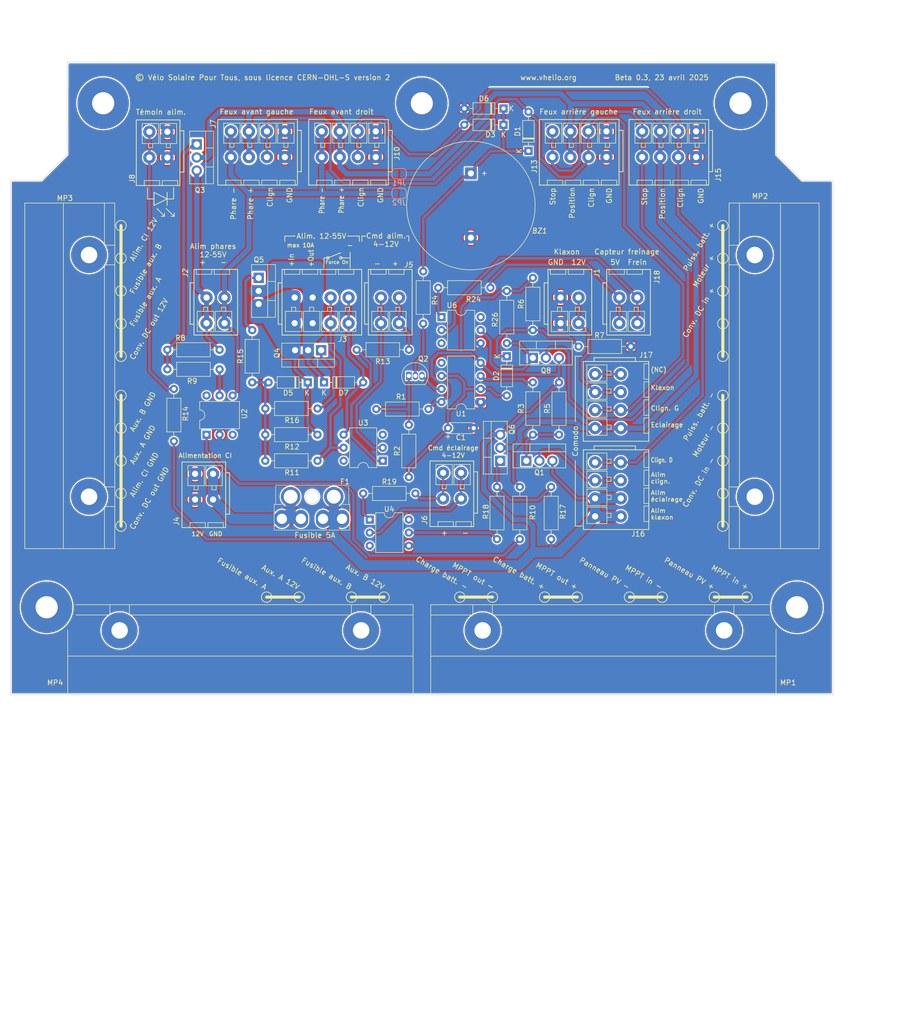
<source format=kicad_pcb>
(kicad_pcb (version 20211014) (generator pcbnew)

  (general
    (thickness 1.6)
  )

  (paper "A4")
  (layers
    (0 "F.Cu" signal)
    (31 "B.Cu" signal)
    (32 "B.Adhes" user "B.Adhesive")
    (33 "F.Adhes" user "F.Adhesive")
    (34 "B.Paste" user)
    (35 "F.Paste" user)
    (36 "B.SilkS" user "B.Silkscreen")
    (37 "F.SilkS" user "F.Silkscreen")
    (38 "B.Mask" user)
    (39 "F.Mask" user)
    (40 "Dwgs.User" user "User.Drawings")
    (41 "Cmts.User" user "User.Comments")
    (42 "Eco1.User" user "User.Eco1")
    (43 "Eco2.User" user "User.Eco2")
    (44 "Edge.Cuts" user)
    (45 "Margin" user)
    (46 "B.CrtYd" user "B.Courtyard")
    (47 "F.CrtYd" user "F.Courtyard")
    (48 "B.Fab" user)
    (49 "F.Fab" user)
    (50 "User.1" user)
    (51 "User.2" user)
    (52 "User.3" user)
    (53 "User.4" user)
    (54 "User.5" user)
    (55 "User.6" user)
    (56 "User.7" user)
    (57 "User.8" user)
    (58 "User.9" user)
  )

  (setup
    (stackup
      (layer "F.SilkS" (type "Top Silk Screen"))
      (layer "F.Paste" (type "Top Solder Paste"))
      (layer "F.Mask" (type "Top Solder Mask") (thickness 0.01))
      (layer "F.Cu" (type "copper") (thickness 0.035))
      (layer "dielectric 1" (type "core") (thickness 1.51) (material "FR4") (epsilon_r 4.5) (loss_tangent 0.02))
      (layer "B.Cu" (type "copper") (thickness 0.035))
      (layer "B.Mask" (type "Bottom Solder Mask") (thickness 0.01))
      (layer "B.Paste" (type "Bottom Solder Paste"))
      (layer "B.SilkS" (type "Bottom Silk Screen"))
      (copper_finish "None")
      (dielectric_constraints no)
    )
    (pad_to_mask_clearance 0)
    (pcbplotparams
      (layerselection 0x00010e0_ffffffff)
      (disableapertmacros false)
      (usegerberextensions false)
      (usegerberattributes true)
      (usegerberadvancedattributes true)
      (creategerberjobfile true)
      (svguseinch false)
      (svgprecision 6)
      (excludeedgelayer true)
      (plotframeref false)
      (viasonmask false)
      (mode 1)
      (useauxorigin false)
      (hpglpennumber 1)
      (hpglpenspeed 20)
      (hpglpendiameter 15.000000)
      (dxfpolygonmode true)
      (dxfimperialunits true)
      (dxfusepcbnewfont true)
      (psnegative false)
      (psa4output false)
      (plotreference true)
      (plotvalue true)
      (plotinvisibletext false)
      (sketchpadsonfab false)
      (subtractmaskfromsilk false)
      (outputformat 1)
      (mirror false)
      (drillshape 0)
      (scaleselection 1)
      (outputdirectory "")
    )
  )

  (net 0 "")
  (net 1 "GND")
  (net 2 "Net-(F1-Pad2)")
  (net 3 "Net-(D1-Pad2)")
  (net 4 "Net-(D3-Pad2)")
  (net 5 "/Phares")
  (net 6 "Net-(J1-Pad2)")
  (net 7 "/Flasher/Out")
  (net 8 "unconnected-(J17-Pad1)")
  (net 9 "/12V_5A")
  (net 10 "/Flasher/Enable")
  (net 11 "/Contacteur Phares/Input")
  (net 12 "/Contacteur Phares/GND")
  (net 13 "/Contacteur Phares/Output")
  (net 14 "Net-(D4-Pad2)")
  (net 15 "/Conv12V_In.Vbatt")
  (net 16 "/Contacteur alim./Input")
  (net 17 "/Contacteur alim./SW_On")
  (net 18 "/Contacteur alim./GND")
  (net 19 "/Contacteur alim./Cmd_GND")
  (net 20 "/Contacteur alim./Cmd_On")
  (net 21 "/Contacteur Eclairage/Cmd_On")
  (net 22 "/Contacteur Eclairage/Cmd_GND")
  (net 23 "Net-(Q4-Pad1)")
  (net 24 "Net-(Q5-Pad1)")
  (net 25 "Net-(C1-Pad1)")
  (net 26 "Net-(D2-Pad1)")
  (net 27 "Net-(D5-Pad2)")
  (net 28 "Net-(Q1-Pad1)")
  (net 29 "Net-(Q2-Pad1)")
  (net 30 "Net-(Q2-Pad2)")
  (net 31 "Net-(Q2-Pad3)")
  (net 32 "Net-(Q3-Pad1)")
  (net 33 "Net-(Q6-Pad1)")
  (net 34 "Net-(R3-Pad1)")
  (net 35 "Net-(R9-Pad2)")
  (net 36 "Net-(R10-Pad1)")
  (net 37 "Net-(R13-Pad1)")
  (net 38 "Net-(R18-Pad2)")
  (net 39 "Net-(R19-Pad1)")
  (net 40 "unconnected-(U1-Pad5)")
  (net 41 "unconnected-(U2-Pad3)")
  (net 42 "unconnected-(U2-Pad6)")
  (net 43 "unconnected-(U3-Pad3)")
  (net 44 "unconnected-(U3-Pad6)")
  (net 45 "unconnected-(U4-Pad3)")
  (net 46 "unconnected-(U4-Pad6)")
  (net 47 "/Contacteur feux stop/FeuxStop")
  (net 48 "/Contacteur feux stop/5V_Frein")
  (net 49 "/Contacteur feux stop/Signal_Frein")
  (net 50 "Net-(Q8-Pad1)")
  (net 51 "Net-(R24-Pad1)")
  (net 52 "unconnected-(U6-Pad3)")
  (net 53 "unconnected-(U6-Pad6)")

  (footprint "circuit:Wago_221-500_SplicingConnectorHolder" (layer "F.Cu") (at 95.25 80.01 90))

  (footprint "circuit:TerminalBlock_Wago_2601-3102_1x02_P3.50mm_Vertical" (layer "F.Cu") (at 198.429997 64.77))

  (footprint "circuit:MountingHole_5mm" (layer "F.Cu") (at 87 125))

  (footprint "Resistor_THT:R_Axial_DIN0207_L6.3mm_D2.5mm_P10.16mm_Horizontal" (layer "F.Cu") (at 147.32 74.93))

  (footprint "circuit:Buzzer_25x16_12.5" (layer "F.Cu") (at 169.545 40.64 -90))

  (footprint "Package_DIP:DIP-6_W7.62mm" (layer "F.Cu") (at 163.83 68.58))

  (footprint "Diode_THT:D_DO-35_SOD27_P7.62mm_Horizontal" (layer "F.Cu") (at 140.97 81.28))

  (footprint "Resistor_THT:R_Axial_DIN0207_L6.3mm_D2.5mm_P10.16mm_Horizontal" (layer "F.Cu") (at 174.625 101.6 -90))

  (footprint "Resistor_THT:R_Axial_DIN0207_L6.3mm_D2.5mm_P10.16mm_Horizontal" (layer "F.Cu") (at 181.61 60.96 -90))

  (footprint "circuit:TO-220-3_Vertical" (layer "F.Cu") (at 140.415001 75.02 180))

  (footprint "circuit:Generic_FuseHolder_MINI" (layer "F.Cu") (at 144.475 107.805 180))

  (footprint "Resistor_THT:R_Axial_DIN0207_L6.3mm_D2.5mm_P10.16mm_Horizontal" (layer "F.Cu") (at 161.29 86.46 180))

  (footprint "Package_DIP:DIP-8_W7.62mm" (layer "F.Cu") (at 171.45 85.09 180))

  (footprint "circuit:TerminalBlock_Wago_2601-3102_1x02_P3.50mm_Vertical" (layer "F.Cu") (at 119.38 104.06 180))

  (footprint "Resistor_THT:R_Axial_DIN0207_L6.3mm_D2.5mm_P10.16mm_Horizontal" (layer "F.Cu") (at 157.48 89.535 -90))

  (footprint "Resistor_THT:R_Axial_DIN0207_L6.3mm_D2.5mm_P10.16mm_Horizontal" (layer "F.Cu") (at 163.195 62.865))

  (footprint "Resistor_THT:R_Axial_DIN0207_L6.3mm_D2.5mm_P10.16mm_Horizontal" (layer "F.Cu") (at 176.53 63.5 -90))

  (footprint "Resistor_THT:R_Axial_DIN0207_L6.3mm_D2.5mm_P10.16mm_Horizontal" (layer "F.Cu") (at 179.07 111.76 90))

  (footprint "circuit:MountingHole_5mm" (layer "F.Cu") (at 98 27))

  (footprint "circuit:TerminalBlock_Wago_2601-3104_1x04_P3.50mm_Vertical" (layer "F.Cu") (at 195.920004 37.465 180))

  (footprint "circuit:TO-220-3_Vertical" (layer "F.Cu") (at 180.34 96.52))

  (footprint "Resistor_THT:R_Axial_DIN0207_L6.3mm_D2.5mm_P10.16mm_Horizontal" (layer "F.Cu") (at 110.49 78.74))

  (footprint "Diode_THT:D_DO-35_SOD27_P7.62mm_Horizontal" (layer "F.Cu") (at 137.795 81.28 180))

  (footprint "circuit:TerminalBlock_Wago_2601-3104_1x04_P3.50mm_Vertical" (layer "F.Cu") (at 213.370004 37.465 180))

  (footprint "circuit:TO-92L_Inline" (layer "F.Cu") (at 157.48 80.01))

  (footprint "circuit:MountingHole_5mm" (layer "F.Cu") (at 222 27))

  (footprint "Resistor_THT:R_Axial_DIN0207_L6.3mm_D2.5mm_P10.16mm_Horizontal" (layer "F.Cu") (at 129.54 86.36))

  (footprint "circuit:TerminalBlock_Wago_2601-3104_1x04_P3.50mm_Vertical" (layer "F.Cu") (at 133.35 37.465 180))

  (footprint "Diode_THT:D_DO-35_SOD27_P7.62mm_Horizontal" (layer "F.Cu") (at 175.895 31.195 180))

  (footprint "Resistor_THT:R_Axial_DIN0207_L6.3mm_D2.5mm_P10.16mm_Horizontal" (layer "F.Cu") (at 111.76 82.55 -90))

  (footprint "Diode_THT:D_DO-35_SOD27_P7.62mm_Horizontal" (layer "F.Cu") (at 176.53 76.2 -90))

  (footprint "Resistor_THT:R_Axial_DIN0207_L6.3mm_D2.5mm_P10.16mm_Horizontal" (layer "F.Cu") (at 181.61 81.28 -90))

  (footprint "circuit:C_Polarized_P5.00mm" (layer "F.Cu") (at 165.1 90.17))

  (footprint "Resistor_THT:R_Axial_DIN0207_L6.3mm_D2.5mm_P10.16mm_Horizontal" (layer "F.Cu") (at 160.274 69.85 90))

  (footprint "circuit:TerminalBlock_Wago_2601-3102_1x02_P3.50mm_Vertical" (layer "F.Cu") (at 152.055 64.77))

  (footprint "Diode_THT:D_DO-35_SOD27_P7.62mm_Horizontal" (layer "F.Cu") (at 180.75 36.275 90))

  (footprint "circuit:TerminalBlock_Wago_2601-3104_1x04_P3.50mm_Vertical" (layer "F.Cu") (at 198.7161 96.829996 -90))

  (footprint "circuit:TO-220-3_Vertical" (layer "F.Cu") (at 116.205 35.005 -90))

  (footprint "Diode_THT:D_DO-35_SOD27_P7.62mm_Horizontal" (layer "F.Cu") (at 175.895 28.02 180))

  (footprint "circuit:TerminalBlock_Wago_2601-3104_1x04_P3.50mm_Vertical" (layer "F.Cu")
    (tedit 67E5B593) (tstamp 87af2957-c7cf-4ad5-b3b0-0d3b1f7e8419)
    (at 135.255 64.77)
    (tags "Wago 2601-3104")
    (property "Sheetfile" "circuit.kicad_sch")
    (property "Sheetname" "")
    (path "/14a8bea9-2369-4417-8404-546b703c6cc5")
    (attr through_hole)
    (fp_text reference "J3" (at 8.341004 8.128 unlocked) (layer "F.SilkS")
      (effects (font (size 1 1) (thickness 0.15) italic) (justify left))
      (tstamp c4ab9bb1-0ddc-4cf9-a610-2241616b8c67)
    )
    (fp_text value "Conn_Contacteur55V" (at 6.35 12.7 unlocked) (layer "F.Fab")
      (effects (font (size 1 1) (thickness 0.15)))
      (tstamp 31521c0e-eda2-45c0-a4ef-a61de4858d05)
    )
    (fp_text user "${REFERENCE}" (at -2.54 8.89 unlocked) (layer "F.Fab")
      (effects (font (size 1 1) (thickness 0.15)) (justify left))
      (tstamp 0faa470b-0bbf-42ae-8327-8b0b884732a0)
    )
    (fp_line (start -0.599996 1.9) (end -0.599996 2.7) (layer "F.SilkS") (width 0.12) (tstamp 0060fed3-d2c8-41dd-b235-e21d236a5e56))
    (fp_line (start -2.449999 7.300001) (end -2.449999 -5.449999) (layer "F.SilkS") (width 0.1524) (tstamp 019679cb-a0dd-4b0e-
... [1832601 chars truncated]
</source>
